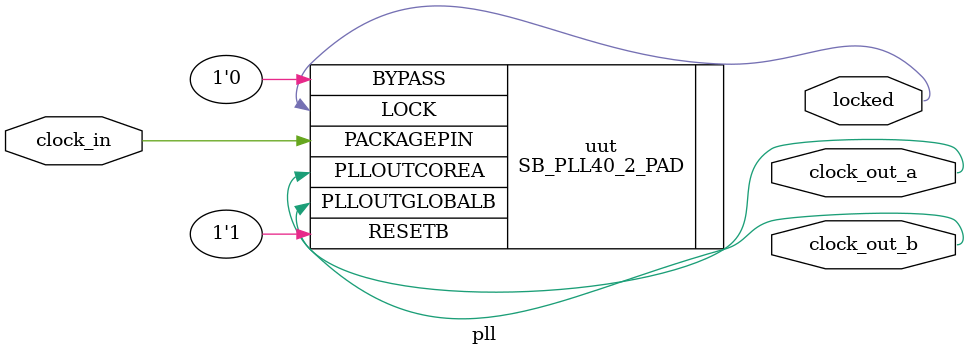
<source format=v>
/**
 * PLL configuration
 *
 * This Verilog module was generated automatically
 * using the icepll tool from the IceStorm project.
 * Use at your own risk.
 *
 * Given input frequency:       100.000 MHz
 * Requested output frequency:   30.000 MHz
 * Achieved output frequency:    30.000 MHz
 */

module pll(
	input  clock_in,
	output clock_out_a,
	output clock_out_b,
	output locked
	);

SB_PLL40_2_PAD #(
		.FEEDBACK_PATH("SIMPLE"),
		.DIVR(4'b0100),		// DIVR =  4
		.DIVF(7'b0101111),	// DIVF = 47
		.DIVQ(3'b101),		// DIVQ =  5
		.FILTER_RANGE(3'b010)	// FILTER_RANGE = 2
	) uut (
		.LOCK(locked),
		.RESETB(1'b1),
		.BYPASS(1'b0),
		.PACKAGEPIN(clock_in),
//		.PLLOUTGLOBALA(clock_out_a),
		.PLLOUTGLOBALB(clock_out_b),
		.PLLOUTCOREA(clock_out_a)
//		.PLLOUTCOREB(clock_out_b)
		);

endmodule

</source>
